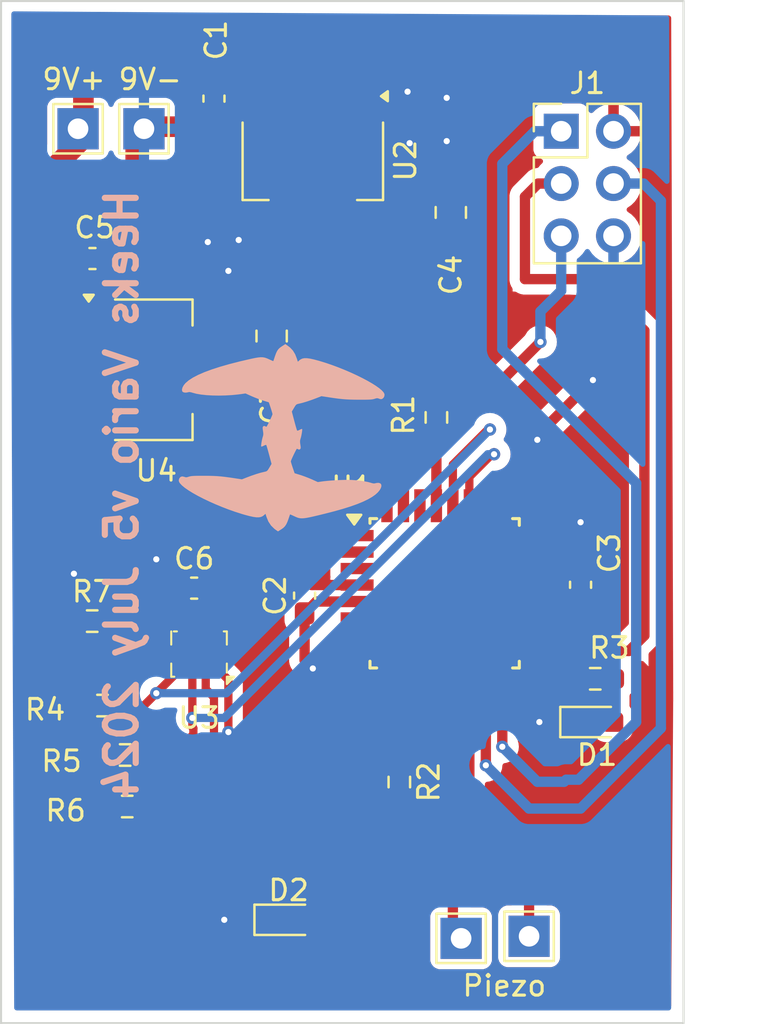
<source format=kicad_pcb>
(kicad_pcb (version 20240108) (generator "pcbnew") (generator_version "8.0")
  (layers (0 "F.Cu" signal) (31 "B.Cu" signal) (34 "B.Paste" user) (35 "F.Paste" user) (36 "B.SilkS" user "B.Silkscreen") (37 "F.SilkS" user "F.Silkscreen") (38 "B.Mask" user) (39 "F.Mask" user) (44 "Edge.Cuts" user))
  (net 0 "")
  (net 1 "GND")
  (net 2 "5V")
  (net 3 "Net-(U3-VDD)")
  (net 4 "Net-(J1-Pin_4)")
  (net 5 "Net-(J1-Pin_1)")
  (net 6 "Net-(J1-Pin_5)")
  (net 7 "Net-(J1-Pin_3)")
  (net 8 "Net-(U1-PB0)")
  (net 9 "Net-(D2-A)")
  (net 10 "Net-(D1-A)")
  (net 11 "Net-(U1-SCL{slash}PC5)")
  (net 12 "Net-(U1-SDA{slash}PC4)")
  (net 13 "Net-(U3-CSB)")
  (net 14 "Net-(U3-SDO)")
  (net 34 "Net-(U2-VI)")
  (net 35 "Net-(U1-PB1)")
  (net 36 "Net-(U1-PB2)")
  (footprint "Capacitor_SMD:C_0603_1608Metric_Pad1.08x0.95mm_HandSolder" (layer "F.Cu") (at 159.2 98.6375 -90)
    (property "Reference" "C3" (at -1.5375 -1.4 90) (layer "F.SilkS"))
    (property "Value" "0.1uF")
    (fp_line (start -0.146267 0.51) (end 0.146267 0.51) (stroke (width 0.12)) (layer "F.SilkS"))
    (fp_line (start -0.146267 -0.51) (end 0.146267 -0.51) (stroke (width 0.12)) (layer "F.SilkS"))
    (pad "1" smd roundrect (at -0.8625 0 270) (size 1.075 0.95) (layers "F.Cu" "F.Paste" "F.Mask") (net 1 "GND"))
    (pad "2" smd roundrect (at 0.8625 0 270) (size 1.075 0.95) (layers "F.Cu" "F.Paste" "F.Mask") (net 2 "5V"))
  )
  (footprint "Package_TO_SOT_SMD:SOT-223-3_TabPin2" (layer "F.Cu") (at 138.45 88.2)
    (property "Reference" "U4" (at 0.15 4.9 0) (layer "F.SilkS"))
    (property "Value" "AMS1117-3.3")
    (fp_line (start -1.85 -3.41) (end 1.91 -3.41) (stroke (width 0.12)) (layer "F.SilkS"))
    (fp_line (start -1.85 3.41) (end 1.91 3.41) (stroke (width 0.12)) (layer "F.SilkS"))
    (fp_line (start 1.91 -3.41) (end 1.91 -2.15) (stroke (width 0.12)) (layer "F.SilkS"))
    (fp_line (start 1.91 3.41) (end 1.91 2.15) (stroke (width 0.12)) (layer "F.SilkS"))
    (fp_poly (pts (xy -3.13 -3.31) (xy -3.37 -3.64) (xy -2.89 -3.64) (xy -3.13 -3.31)) (stroke (width 0.12)) (fill solid) (layer "F.SilkS"))
    (pad "1" smd roundrect (at -3.15 -2.3) (size 2 1.5) (layers "F.Cu" "F.Paste" "F.Mask") (net 1 "GND"))
    (pad "2" smd roundrect (at -3.15 0) (size 2 1.5) (layers "F.Cu" "F.Paste" "F.Mask") (net 3 "Net-(U3-VDD)"))
    (pad "2" smd roundrect (at 3.15 0) (size 2 3.8) (layers "F.Cu" "F.Paste" "F.Mask") (net 3 "Net-(U3-VDD)"))
    (pad "3" smd roundrect (at -3.15 2.3) (size 2 1.5) (layers "F.Cu" "F.Paste" "F.Mask") (net 34 "Net-(U2-VI)"))
  )
  (footprint "TestPoint:TestPoint_THTPad_2.0x2.0mm_Drill1.0mm" (layer "F.Cu") (at 134.8 76.5)
    (property "Reference" "H1")
    (property "Value" "9V+" (at -0.2 -2.4 0) (layer "F.SilkS"))
    (fp_line (start -1.2 -1.2) (end 1.2 -1.2) (stroke (width 0.12)) (layer "F.SilkS"))
    (fp_line (start -1.2 1.2) (end -1.2 -1.2) (stroke (width 0.12)) (layer "F.SilkS"))
    (fp_line (start 1.2 -1.2) (end 1.2 1.2) (stroke (width 0.12)) (layer "F.SilkS"))
    (fp_line (start 1.2 1.2) (end -1.2 1.2) (stroke (width 0.12)) (layer "F.SilkS"))
    (pad "1" thru_hole rect (at 0 0) (size 2 2) (drill 1) (layers "*.Cu" "*.Mask") (net 34 "Net-(U2-VI)"))
  )
  (footprint "Resistor_SMD:R_0603_1608Metric_Pad0.98x0.95mm_HandSolder" (layer "F.Cu") (at 159.9125 103.2 180)
    (property "Reference" "R3" (at -0.6875 1.5 180) (layer "F.SilkS"))
    (property "Value" "10k")
    (fp_line (start -0.254724 0.5225) (end 0.254724 0.5225) (stroke (width 0.12)) (layer "F.SilkS"))
    (fp_line (start -0.254724 -0.5225) (end 0.254724 -0.5225) (stroke (width 0.12)) (layer "F.SilkS"))
    (pad "1" smd roundrect (at -0.9125 0 180) (size 0.975 0.95) (layers "F.Cu" "F.Paste" "F.Mask") (net 10 "Net-(D1-A)"))
    (pad "2" smd roundrect (at 0.9125 0 180) (size 0.975 0.95) (layers "F.Cu" "F.Paste" "F.Mask") (net 7 "Net-(J1-Pin_3)"))
  )
  (footprint "Resistor_SMD:R_0603_1608Metric_Pad0.98x0.95mm_HandSolder" (layer "F.Cu") (at 135.9875 104.5 180)
    (property "Reference" "R4" (at 2.7875 -0.2 180) (layer "F.SilkS"))
    (property "Value" "10k")
    (fp_line (start -0.254724 0.5225) (end 0.254724 0.5225) (stroke (width 0.12)) (layer "F.SilkS"))
    (fp_line (start -0.254724 -0.5225) (end 0.254724 -0.5225) (stroke (width 0.12)) (layer "F.SilkS"))
    (pad "1" smd roundrect (at -0.9125 0 180) (size 0.975 0.95) (layers "F.Cu" "F.Paste" "F.Mask") (net 11 "Net-(U1-SCL{slash}PC5)"))
    (pad "2" smd roundrect (at 0.9125 0 180) (size 0.975 0.95) (layers "F.Cu" "F.Paste" "F.Mask") (net 3 "Net-(U3-VDD)"))
  )
  (footprint "Package_TO_SOT_SMD:SOT-223-3_TabPin2" (layer "F.Cu") (at 146.2 78.05 -90)
    (property "Reference" "U2" (at 0 -4.5 90) (layer "F.SilkS"))
    (property "Value" "AMS1117-5.0")
    (fp_line (start -1.85 3.41) (end 1.91 3.41) (stroke (width 0.12)) (layer "F.SilkS"))
    (fp_line (start 1.91 3.41) (end 1.91 2.15) (stroke (width 0.12)) (layer "F.SilkS"))
    (fp_line (start -1.85 -3.41) (end 1.91 -3.41) (stroke (width 0.12)) (layer "F.SilkS"))
    (fp_line (start 1.91 -3.41) (end 1.91 -2.15) (stroke (width 0.12)) (layer "F.SilkS"))
    (fp_poly (pts (xy -3.13 -3.31) (xy -3.37 -3.64) (xy -2.89 -3.64) (xy -3.13 -3.31)) (stroke (width 0.12)) (fill solid) (layer "F.SilkS"))
    (pad "1" smd roundrect (at -3.15 -2.3 270) (size 2 1.5) (layers "F.Cu" "F.Paste" "F.Mask") (net 1 "GND"))
    (pad "2" smd roundrect (at -3.15 0 270) (size 2 1.5) (layers "F.Cu" "F.Paste" "F.Mask") (net 2 "5V"))
    (pad "2" smd roundrect (at 3.15 0 270) (size 2 3.8) (layers "F.Cu" "F.Paste" "F.Mask") (net 2 "5V"))
    (pad "3" smd roundrect (at -3.15 2.3 270) (size 2 1.5) (layers "F.Cu" "F.Paste" "F.Mask") (net 34 "Net-(U2-VI)"))
  )
  (footprint "Capacitor_SMD:C_0805_2012Metric_Pad1.18x1.45mm_HandSolder" (layer "F.Cu") (at 152.9 80.5625 90)
    (property "Reference" "C4" (at -3.0375 0 270) (layer "F.SilkS"))
    (property "Value" "22uF 16V X5R")
    (fp_line (start -0.261252 -0.735) (end 0.261252 -0.735) (stroke (width 0.12)) (layer "F.SilkS"))
    (fp_line (start -0.261252 0.735) (end 0.261252 0.735) (stroke (width 0.12)) (layer "F.SilkS"))
    (pad "1" smd roundrect (at -1.0375 0 90) (size 1.175 1.45) (layers "F.Cu" "F.Paste" "F.Mask") (roundrect_rratio 0.212766) (net 2 "5V"))
    (pad "2" smd roundrect (at 1.0375 0 90) (size 1.175 1.45) (layers "F.Cu" "F.Paste" "F.Mask") (roundrect_rratio 0.212766) (net 1 "GND"))
  )
  (footprint "Capacitor_SMD:C_0603_1608Metric_Pad1.08x0.95mm_HandSolder" (layer "F.Cu") (at 140.4375 98.8)
    (property "Reference" "C6" (at 0 -1.43 0) (layer "F.SilkS"))
    (property "Value" "0.1uF")
    (fp_line (start -0.146267 -0.51) (end 0.146267 -0.51) (stroke (width 0.12)) (layer "F.SilkS"))
    (fp_line (start -0.146267 0.51) (end 0.146267 0.51) (stroke (width 0.12)) (layer "F.SilkS"))
    (pad "1" smd roundrect (at -0.8625 0) (size 1.075 0.95) (layers "F.Cu" "F.Paste" "F.Mask") (net 1 "GND"))
    (pad "2" smd roundrect (at 0.8625 0) (size 1.075 0.95) (layers "F.Cu" "F.Paste" "F.Mask") (net 3 "Net-(U3-VDD)"))
  )
  (footprint "Package_QFP:TQFP-32_7x7mm_P0.8mm" (layer "F.Cu") (at 152.6 99.05)
    (property "Reference" "U1" (at -4.5 -5.15 0) (layer "F.SilkS"))
    (property "Value" "ATtiny88-A")
    (fp_line (start -3.625 -3.625) (end -3.625 -3.4) (stroke (width 0.15)) (layer "F.SilkS"))
    (fp_line (start -3.625 -3.625) (end -3.3 -3.625) (stroke (width 0.15)) (layer "F.SilkS"))
    (fp_line (start -3.625 3.625) (end -3.625 3.3) (stroke (width 0.15)) (layer "F.SilkS"))
    (fp_line (start -3.625 3.625) (end -3.3 3.625) (stroke (width 0.15)) (layer "F.SilkS"))
    (fp_line (start 3.625 -3.625) (end 3.3 -3.625) (stroke (width 0.15)) (layer "F.SilkS"))
    (fp_line (start 3.625 -3.625) (end 3.625 -3.3) (stroke (width 0.15)) (layer "F.SilkS"))
    (fp_line (start 3.625 3.625) (end 3.3 3.625) (stroke (width 0.15)) (layer "F.SilkS"))
    (fp_line (start 3.625 3.625) (end 3.625 3.3) (stroke (width 0.15)) (layer "F.SilkS"))
    (fp_poly (pts (xy -4.39 -3.34) (xy -4.73 -3.81) (xy -4.05 -3.81) (xy -4.39 -3.34)) (stroke (width 0.12)) (fill solid) (layer "F.SilkS"))
    (pad "1" smd rect (at -4.25 -2.8) (size 1.6 0.55) (layers "F.Cu" "F.Paste" "F.Mask"))
    (pad "2" smd rect (at -4.25 -2) (size 1.6 0.55) (layers "F.Cu" "F.Paste" "F.Mask"))
    (pad "3" smd rect (at -4.25 -1.2) (size 1.6 0.55) (layers "F.Cu" "F.Paste" "F.Mask"))
    (pad "4" smd rect (at -4.25 -0.4) (size 1.6 0.55) (layers "F.Cu" "F.Paste" "F.Mask") (net 2 "5V"))
    (pad "5" smd rect (at -4.25 0.4) (size 1.6 0.55) (layers "F.Cu" "F.Paste" "F.Mask") (net 1 "GND"))
    (pad "6" smd rect (at -4.25 1.2) (size 1.6 0.55) (layers "F.Cu" "F.Paste" "F.Mask"))
    (pad "7" smd rect (at -4.25 2) (size 1.6 0.55) (layers "F.Cu" "F.Paste" "F.Mask"))
    (pad "8" smd rect (at -4.25 2.8) (size 1.6 0.55) (layers "F.Cu" "F.Paste" "F.Mask"))
    (pad "9" smd rect (at -2.8 4.25 90) (size 1.6 0.55) (layers "F.Cu" "F.Paste" "F.Mask"))
    (pad "10" smd rect (at -2 4.25 90) (size 1.6 0.55) (layers "F.Cu" "F.Paste" "F.Mask"))
    (pad "11" smd rect (at -1.2 4.25 90) (size 1.6 0.55) (layers "F.Cu" "F.Paste" "F.Mask"))
    (pad "12" smd rect (at -0.4 4.25 90) (size 1.6 0.55) (layers "F.Cu" "F.Paste" "F.Mask") (net 8 "Net-(U1-PB0)"))
    (pad "13" smd rect (at 0.4 4.25 90) (size 1.6 0.55) (layers "F.Cu" "F.Paste" "F.Mask") (net 35 "Net-(U1-PB1)"))
    (pad "14" smd rect (at 1.2 4.25 90) (size 1.6 0.55) (layers "F.Cu" "F.Paste" "F.Mask") (net 36 "Net-(U1-PB2)"))
    (pad "15" smd rect (at 2 4.25 90) (size 1.6 0.55) (layers "F.Cu" "F.Paste" "F.Mask") (net 4 "Net-(J1-Pin_4)"))
    (pad "16" smd rect (at 2.8 4.25 90) (size 1.6 0.55) (layers "F.Cu" "F.Paste" "F.Mask") (net 5 "Net-(J1-Pin_1)"))
    (pad "17" smd rect (at 4.25 2.8) (size 1.6 0.55) (layers "F.Cu" "F.Paste" "F.Mask") (net 7 "Net-(J1-Pin_3)"))
    (pad "18" smd rect (at 4.25 2) (size 1.6 0.55) (layers "F.Cu" "F.Paste" "F.Mask") (net 2 "5V"))
    (pad "19" smd rect (at 4.25 1.2) (size 1.6 0.55) (layers "F.Cu" "F.Paste" "F.Mask"))
    (pad "20" smd rect (at 4.25 0.4) (size 1.6 0.55) (layers "F.Cu" "F.Paste" "F.Mask"))
    (pad "21" smd rect (at 4.25 -0.4) (size 1.6 0.55) (layers "F.Cu" "F.Paste" "F.Mask") (net 1 "GND"))
    (pad "22" smd rect (at 4.25 -1.2) (size 1.6 0.55) (layers "F.Cu" "F.Paste" "F.Mask"))
    (pad "23" smd rect (at 4.25 -2) (size 1.6 0.55) (layers "F.Cu" "F.Paste" "F.Mask"))
    (pad "24" smd rect (at 4.25 -2.8) (size 1.6 0.55) (layers "F.Cu" "F.Paste" "F.Mask"))
    (pad "25" smd rect (at 2.8 -4.25 90) (size 1.6 0.55) (layers "F.Cu" "F.Paste" "F.Mask"))
    (pad "26" smd rect (at 2 -4.25 90) (size 1.6 0.55) (layers "F.Cu" "F.Paste" "F.Mask"))
    (pad "27" smd rect (at 1.2 -4.25 90) (size 1.6 0.55) (layers "F.Cu" "F.Paste" "F.Mask") (net 12 "Net-(U1-SDA{slash}PC4)"))
    (pad "28" smd rect (at 0.4 -4.25 90) (size 1.6 0.55) (layers "F.Cu" "F.Paste" "F.Mask") (net 11 "Net-(U1-SCL{slash}PC5)"))
    (pad "29" smd rect (at -0.4 -4.25 90) (size 1.6 0.55) (layers "F.Cu" "F.Paste" "F.Mask") (net 6 "Net-(J1-Pin_5)"))
    (pad "30" smd rect (at -1.2 -4.25 90) (size 1.6 0.55) (layers "F.Cu" "F.Paste" "F.Mask"))
    (pad "31" smd rect (at -2 -4.25 90) (size 1.6 0.55) (layers "F.Cu" "F.Paste" "F.Mask"))
    (pad "32" smd rect (at -2.8 -4.25 90) (size 1.6 0.55) (layers "F.Cu" "F.Paste" "F.Mask"))
  )
  (footprint "LED_SMD:LED_0603_1608Metric_Pad1.05x0.95mm_HandSolder" (layer "F.Cu") (at 159.875 105.3)
    (property "Reference" "D1" (at 0.125 1.6 360) (layer "F.SilkS"))
    (property "Value" "LED")
    (fp_line (start -1.66 -0.735) (end -1.66 0.735) (stroke (width 0.12)) (layer "F.SilkS"))
    (fp_line (start -1.66 0.735) (end 0.8 0.735) (stroke (width 0.12)) (layer "F.SilkS"))
    (fp_line (start 0.8 -0.735) (end -1.66 -0.735) (stroke (width 0.12)) (layer "F.SilkS"))
    (pad "1" smd roundrect (at -0.875 0) (size 1.05 0.95) (layers "F.Cu" "F.Paste" "F.Mask") (net 1 "GND"))
    (pad "2" smd roundrect (at 0.875 0) (size 1.05 0.95) (layers "F.Cu" "F.Paste" "F.Mask") (net 10 "Net-(D1-A)"))
  )
  (footprint "Capacitor_SMD:C_0603_1608Metric_Pad1.08x0.95mm_HandSolder" (layer "F.Cu") (at 135.5 82.8 180)
    (property "Reference" "C5" (at -0.1 1.5 180) (layer "F.SilkS"))
    (property "Value" "0.1uF")
    (fp_line (start -0.146267 0.51) (end 0.146267 0.51) (stroke (width 0.12)) (layer "F.SilkS"))
    (fp_line (start -0.146267 -0.51) (end 0.146267 -0.51) (stroke (width 0.12)) (layer "F.SilkS"))
    (pad "1" smd roundrect (at -0.8625 0 180) (size 1.075 0.95) (layers "F.Cu" "F.Paste" "F.Mask") (net 1 "GND"))
    (pad "2" smd roundrect (at 0.8625 0 180) (size 1.075 0.95) (layers "F.Cu" "F.Paste" "F.Mask") (net 34 "Net-(U2-VI)"))
  )
  (footprint "TestPoint:TestPoint_THTPad_2.0x2.0mm_Drill1.0mm" (layer "F.Cu") (at 153.4 115.8)
    (property "Reference" "H3" (hide yes))
    (property "Value" "Piezo" (at 2.1 2.3 0) (layer "F.SilkS"))
    (fp_line (start -1.2 -1.2) (end 1.2 -1.2) (stroke (width 0.12)) (layer "F.SilkS"))
    (fp_line (start -1.2 1.2) (end -1.2 -1.2) (stroke (width 0.12)) (layer "F.SilkS"))
    (fp_line (start 1.2 -1.2) (end 1.2 1.2) (stroke (width 0.12)) (layer "F.SilkS"))
    (fp_line (start 1.2 1.2) (end -1.2 1.2) (stroke (width 0.12)) (layer "F.SilkS"))
    (pad "1" thru_hole rect (at 0 0) (size 2 2) (drill 1) (layers "*.Cu" "*.Mask") (net 35 "Net-(U1-PB1)"))
  )
  (footprint "TestPoint:TestPoint_THTPad_2.0x2.0mm_Drill1.0mm" (layer "F.Cu") (at 138 76.5)
    (property "Reference" "H2")
    (property "Value" "9V-" (at 0.3 -2.4 0) (layer "F.SilkS"))
    (fp_line (start -1.2 -1.2) (end 1.2 -1.2) (stroke (width 0.12)) (layer "F.SilkS"))
    (fp_line (start -1.2 1.2) (end -1.2 -1.2) (stroke (width 0.12)) (layer "F.SilkS"))
    (fp_line (start 1.2 -1.2) (end 1.2 1.2) (stroke (width 0.12)) (layer "F.SilkS"))
    (fp_line (start 1.2 1.2) (end -1.2 1.2) (stroke (width 0.12)) (layer "F.SilkS"))
    (pad "1" thru_hole rect (at 0 0) (size 2 2) (drill 1) (layers "*.Cu" "*.Mask") (net 1 "GND"))
  )
  (footprint "Resistor_SMD:R_0603_1608Metric_Pad0.98x0.95mm_HandSolder" (layer "F.Cu") (at 150.4 108.2125 -90)
    (property "Reference" "R2" (at 0 -1.43 90) (layer "F.SilkS"))
    (property "Value" "10k")
    (fp_line (start -0.254724 0.5225) (end 0.254724 0.5225) (stroke (width 0.12)) (layer "F.SilkS"))
    (fp_line (start -0.254724 -0.5225) (end 0.254724 -0.5225) (stroke (width 0.12)) (layer "F.SilkS"))
    (pad "1" smd roundrect (at -0.9125 0 270) (size 0.975 0.95) (layers "F.Cu" "F.Paste" "F.Mask") (net 8 "Net-(U1-PB0)"))
    (pad "2" smd roundrect (at 0.9125 0 270) (size 0.975 0.95) (layers "F.Cu" "F.Paste" "F.Mask") (net 9 "Net-(D2-A)"))
  )
  (footprint "Connector_PinHeader_2.54mm:PinHeader_2x03_P2.54mm_Vertical" (layer "F.Cu") (at 158.26 76.62)
    (property "Reference" "J1" (at 1.27 -2.33 0) (layer "F.SilkS"))
    (property "Value" "Programming Port")
    (fp_line (start -1.33 -1.33) (end 0 -1.33) (stroke (width 0.12)) (layer "F.SilkS"))
    (fp_line (start -1.33 0) (end -1.33 -1.33) (stroke (width 0.12)) (layer "F.SilkS"))
    (fp_line (start -1.33 1.27) (end -1.33 6.41) (stroke (width 0.12)) (layer "F.SilkS"))
    (fp_line (start -1.33 1.27) (end 1.27 1.27) (stroke (width 0.12)) (layer "F.SilkS"))
    (fp_line (start -1.33 6.41) (end 3.87 6.41) (stroke (width 0.12)) (layer "F.SilkS"))
    (fp_line (start 1.27 -1.33) (end 3.87 -1.33) (stroke (width 0.12)) (layer "F.SilkS"))
    (fp_line (start 1.27 1.27) (end 1.27 -1.33) (stroke (width 0.12)) (layer "F.SilkS"))
    (fp_line (start 3.87 -1.33) (end 3.87 6.41) (stroke (width 0.12)) (layer "F.SilkS"))
    (pad "1" thru_hole rect (at 0 0) (size 1.7 1.7) (drill 1) (layers "*.Cu" "*.Mask") (net 5 "Net-(J1-Pin_1)"))
    (pad "2" thru_hole oval (at 2.54 0) (size 1.7 1.7) (drill 1) (layers "*.Cu" "*.Mask") (net 2 "5V"))
    (pad "3" thru_hole oval (at 0 2.54) (size 1.7 1.7) (drill 1) (layers "*.Cu" "*.Mask") (net 7 "Net-(J1-Pin_3)"))
    (pad "4" thru_hole oval (at 2.54 2.54) (size 1.7 1.7) (drill 1) (layers "*.Cu" "*.Mask") (net 4 "Net-(J1-Pin_4)"))
    (pad "5" thru_hole oval (at 0 5.08) (size 1.7 1.7) (drill 1) (layers "*.Cu" "*.Mask") (net 6 "Net-(J1-Pin_5)"))
    (pad "6" thru_hole oval (at 2.54 5.08) (size 1.7 1.7) (drill 1) (layers "*.Cu" "*.Mask") (net 1 "GND"))
  )
  (footprint "Resistor_SMD:R_0603_1608Metric_Pad0.98x0.95mm_HandSolder" (layer "F.Cu") (at 152.2 90.5125 -90)
    (property "Reference" "R1" (at -0.1125 1.6 90) (layer "F.SilkS"))
    (property "Value" "10k")
    (fp_line (start -0.254724 0.5225) (end 0.254724 0.5225) (stroke (width 0.12)) (layer "F.SilkS"))
    (fp_line (start -0.254724 -0.5225) (end 0.254724 -0.5225) (stroke (width 0.12)) (layer "F.SilkS"))
    (pad "1" smd roundrect (at -0.9125 0 270) (size 0.975 0.95) (layers "F.Cu" "F.Paste" "F.Mask") (net 2 "5V"))
    (pad "2" smd roundrect (at 0.9125 0 270) (size 0.975 0.95) (layers "F.Cu" "F.Paste" "F.Mask") (net 6 "Net-(J1-Pin_5)"))
  )
  (footprint "Resistor_SMD:R_0603_1608Metric_Pad0.98x0.95mm_HandSolder" (layer "F.Cu") (at 137.0875 106.9 180)
    (property "Reference" "R5" (at 3.0875 -0.3 180) (layer "F.SilkS"))
    (property "Value" "10k")
    (fp_line (start -0.254724 0.5225) (end 0.254724 0.5225) (stroke (width 0.12)) (layer "F.SilkS"))
    (fp_line (start -0.254724 -0.5225) (end 0.254724 -0.5225) (stroke (width 0.12)) (layer "F.SilkS"))
    (pad "1" smd roundrect (at -0.9125 0 180) (size 0.975 0.95) (layers "F.Cu" "F.Paste" "F.Mask") (net 12 "Net-(U1-SDA{slash}PC4)"))
    (pad "2" smd roundrect (at 0.9125 0 180) (size 0.975 0.95) (layers "F.Cu" "F.Paste" "F.Mask") (net 3 "Net-(U3-VDD)"))
  )
  (footprint "Capacitor_SMD:C_0603_1608Metric_Pad1.08x0.95mm_HandSolder" (layer "F.Cu") (at 141.4 75.0375 90)
    (property "Reference" "C1" (at 2.8375 0.1 270) (layer "F.SilkS"))
    (property "Value" "0.1uF")
    (fp_line (start -0.146267 -0.51) (end 0.146267 -0.51) (stroke (width 0.12)) (layer "F.SilkS"))
    (fp_line (start -0.146267 0.51) (end 0.146267 0.51) (stroke (width 0.12)) (layer "F.SilkS"))
    (pad "1" smd roundrect (at -0.8625 0 90) (size 1.075 0.95) (layers "F.Cu" "F.Paste" "F.Mask") (net 1 "GND"))
    (pad "2" smd roundrect (at 0.8625 0 90) (size 1.075 0.95) (layers "F.Cu" "F.Paste" "F.Mask") (net 34 "Net-(U2-VI)"))
  )
  (footprint "LED_SMD:LED_0603_1608Metric_Pad1.05x0.95mm_HandSolder" (layer "F.Cu") (at 145.025 114.9)
    (property "Reference" "D2" (at 0 -1.43 360) (layer "F.SilkS"))
    (property "Value" "LED")
    (fp_line (start -1.66 -0.735) (end -1.66 0.735) (stroke (width 0.12)) (layer "F.SilkS"))
    (fp_line (start -1.66 0.735) (end 0.8 0.735) (stroke (width 0.12)) (layer "F.SilkS"))
    (fp_line (start 0.8 -0.735) (end -1.66 -0.735) (stroke (width 0.12)) (layer "F.SilkS"))
    (pad "1" smd roundrect (at -0.875 0) (size 1.05 0.95) (layers "F.Cu" "F.Paste" "F.Mask") (net 1 "GND"))
    (pad "2" smd roundrect (at 0.875 0) (size 1.05 0.95) (layers "F.Cu" "F.Paste" "F.Mask") (net 9 "Net-(D2-A)"))
  )
  (footprint "TestPoint:TestPoint_THTPad_2.0x2.0mm_Drill1.0mm" (layer "F.Cu") (at 156.7 115.7)
    (property "Reference" "H4" (hide yes))
    (property "Value" "Piezo")
    (fp_line (start -1.2 -1.2) (end 1.2 -1.2) (stroke (width 0.12)) (layer "F.SilkS"))
    (fp_line (start -1.2 1.2) (end -1.2 -1.2) (stroke (width 0.12)) (layer "F.SilkS"))
    (fp_line (start 1.2 -1.2) (end 1.2 1.2) (stroke (width 0.12)) (layer "F.SilkS"))
    (fp_line (start 1.2 1.2) (end -1.2 1.2) (stroke (width 0.12)) (layer "F.SilkS"))
    (pad "1" thru_hole rect (at 0 0) (size 2 2) (drill 1) (layers "*.Cu" "*.Mask") (net 36 "Net-(U1-PB2)"))
  )
  (footprint "Library:Bosch_LGA-8_2x2.5mm_P0.65mm_ClockwisePinNumbering" (layer "F.Cu") (at 140.675 102 180)
    (property "Reference" "U3" (at 0 -3.1 180) (layer "F.SilkS"))
    (property "Value" "BMP280")
    (fp_line (start 1.35 1.1) (end 1.35 0.46) (stroke (width 0.1)) (layer "F.SilkS"))
    (fp_line (start 1.35 -0.46) (end 1.35 -1.1) (stroke (width 0.1)) (layer "F.SilkS"))
    (fp_line (start 1.2 -1.1) (end 1.35 -1.1) (stroke (width 0.1)) (layer "F.SilkS"))
    (fp_line (start 1.075 1.1) (end 1.225 1.1) (stroke (width 0.1)) (layer "F.SilkS"))
    (fp_line (start -1.35 1.1) (end -1.2 1.1) (stroke (width 0.1)) (layer "F.SilkS"))
    (fp_line (start -1.35 1.1) (end -1.35 0.46) (stroke (width 0.1)) (layer "F.SilkS"))
    (fp_line (start -1.35 -0.46) (end -1.35 -0.9) (stroke (width 0.1)) (layer "F.SilkS"))
    (fp_poly (pts (xy -1.35 -1.1) (xy -1.71 -1.1) (xy -1.35 -1.46) (xy -1.35 -1.1)) (stroke (width 0.1)) (fill solid) (layer "F.SilkS"))
    (pad "1" smd rect (at -0.975 -0.8 270) (size 0.5 0.35) (layers "F.Cu" "F.Paste" "F.Mask") (net 1 "GND"))
    (pad "2" smd rect (at -0.325 -0.8 270) (size 0.5 0.35) (layers "F.Cu" "F.Paste" "F.Mask") (net 13 "Net-(U3-CSB)"))
    (pad "3" smd rect (at 0.325 -0.8 270) (size 0.5 0.35) (layers "F.Cu" "F.Paste" "F.Mask") (net 12 "Net-(U1-SDA{slash}PC4)"))
    (pad "4" smd rect (at 0.975 -0.8 270) (size 0.5 0.35) (layers "F.Cu" "F.Paste" "F.Mask") (net 11 "Net-(U1-SCL{slash}PC5)"))
    (pad "5" smd rect (at 0.975 0.8 270) (size 0.5 0.35) (layers "F.Cu" "F.Paste" "F.Mask") (net 14 "Net-(U3-SDO)"))
    (pad "6" smd rect (at 0.325 0.8 270) (size 0.5 0.35) (layers "F.Cu" "F.Paste" "F.Mask") (net 3 "Net-(U3-VDD)"))
    (pad "7" smd rect (at -0.325 0.8 270) (size 0.5 0.35) (layers "F.Cu" "F.Paste" "F.Mask") (net 1 "GND"))
    (pad "8" smd rect (at -0.975 0.8 270) (size 0.5 0.35) (layers "F.Cu" "F.Paste" "F.Mask") (net 3 "Net-(U3-VDD)"))
  )
  (footprint "Resistor_SMD:R_0603_1608Metric_Pad0.98x0.95mm_HandSolder" (layer "F.Cu") (at 137.1875 109.4 180)
    (property "Reference" "R6" (at 2.9875 -0.2 180) (layer "F.SilkS"))
    (property "Value" "10k")
    (fp_line (start -0.254724 0.5225) (end 0.254724 0.5225) (stroke (width 0.12)) (layer "F.SilkS"))
    (fp_line (start -0.254724 -0.5225) (end 0.254724 -0.5225) (stroke (width 0.12)) (layer "F.SilkS"))
    (pad "1" smd roundrect (at -0.9125 0 180) (size 0.975 0.95) (layers "F.Cu" "F.Paste" "F.Mask") (net 13 "Net-(U3-CSB)"))
    (pad "2" smd roundrect (at 0.9125 0 180) (size 0.975 0.95) (layers "F.Cu" "F.Paste" "F.Mask") (net 3 "Net-(U3-VDD)"))
  )
  (footprint "Capacitor_SMD:C_0603_1608Metric_Pad1.08x0.95mm_HandSolder" (layer "F.Cu") (at 145.8 99.1625 90)
    (property "Reference" "C2" (at 0 -1.43 270) (layer "F.SilkS"))
    (property "Value" "0.1uF")
    (fp_line (start -0.146267 -0.51) (end 0.146267 -0.51) (stroke (width 0.12)) (layer "F.SilkS"))
    (fp_line (start -0.146267 0.51) (end 0.146267 0.51) (stroke (width 0.12)) (layer "F.SilkS"))
    (pad "1" smd roundrect (at -0.8625 0 90) (size 1.075 0.95) (layers "F.Cu" "F.Paste" "F.Mask") (net 1 "GND"))
    (pad "2" smd roundrect (at 0.8625 0 90) (size 1.075 0.95) (layers "F.Cu" "F.Paste" "F.Mask") (net 2 "5V"))
  )
  (footprint "Capacitor_SMD:C_0805_2012Metric_Pad1.18x1.45mm_HandSolder" (layer "F.Cu") (at 144.2 86.5625 90)
    (property "Reference" "C7" (at -3.3375 0 270) (layer "F.SilkS"))
    (property "Value" "22uF 16V X5R")
    (fp_line (start -0.261252 -0.735) (end 0.261252 -0.735) (stroke (width 0.12)) (layer "F.SilkS"))
    (fp_line (start -0.261252 0.735) (end 0.261252 0.735) (stroke (width 0.12)) (layer "F.SilkS"))
    (pad "1" smd roundrect (at -1.0375 0 90) (size 1.175 1.45) (layers "F.Cu" "F.Paste" "F.Mask") (roundrect_rratio 0.212766) (net 3 "Net-(U3-VDD)"))
    (pad "2" smd roundrect (at 1.0375 0 90) (size 1.175 1.45) (layers "F.Cu" "F.Paste" "F.Mask") (roundrect_rratio 0.212766) (net 1 "GND"))
  )
  (footprint "Resistor_SMD:R_0603_1608Metric_Pad0.98x0.95mm_HandSolder" (layer "F.Cu") (at 135.4875 100.4)
    (property "Reference" "R7" (at 0 -1.43 360) (layer "F.SilkS"))
    (property "Value" "10k")
    (fp_line (start -0.254724 -0.5225) (end 0.254724 -0.5225) (stroke (width 0.12)) (layer "F.SilkS"))
    (fp_line (start -0.254724 0.5225) (end 0.254724 0.5225) (stroke (width 0.12)) (layer "F.SilkS"))
    (pad "1" smd roundrect (at -0.9125 0) (size 0.975 0.95) (layers "F.Cu" "F.Paste" "F.Mask") (net 1 "GND"))
    (pad "2" smd roundrect (at 0.9125 0) (size 0.975 0.95) (layers "F.Cu" "F.Paste" "F.Mask") (net 14 "Net-(U3-SDO)"))
  )
  (footprint "Library:House Martin" (layer "B.Cu") (at 144.7 91.5 90)
    (property "Reference" "G***" (hide yes))
    (property "Value" "LOGO" (hide yes))
    (fp_poly (pts (xy 2.122269 4.978648) (xy 2.20483 4.936166) (xy 2.300607 4.849231) (xy 2.407525 4.721943) (xy 2.523512 4.5584) (xy 2.646495 4.362703) (xy 2.7744 4.138951) (xy 2.905154 3.891241) (xy 3.036685 3.623675) (xy 3.166918 3.340351) (xy 3.293782 3.045368) (xy 3.415202 2.742825) (xy 3.529106 2.436823) (xy 3.63342 2.131459) (xy 3.726072 1.830833) (xy 3.741561 1.776797) (xy 3.801916 1.550389) (xy 3.842215 1.364693) (xy 3.862621 1.213711) (xy 3.863297 1.09144) (xy 3.844407 0.991882) (xy 3.806114 0.909035) (xy 3.766609 0.856352) (xy 3.692643 0.772109) (xy 3.837855 0.726605) (xy 4.05364 0.642394) (xy 4.230238 0.535044) (xy 4.376432 0.398442) (xy 4.455199 0.297037) (xy 4.546849 0.164942) (xy 4.437427 -0.005836) (xy 4.371768 -0.098691) (xy 4.302825 -0.171027) (xy 4.219924 -0.22989) (xy 4.112391 -0.282327) (xy 3.969554 -0.335384) (xy 3.906713 -0.356229) (xy 3.819586 -0.384957) (xy 3.754025 -0.407361) (xy 3.722622 -0.419124) (xy 3.721679 -0.419666) (xy 3.728638 -0.443453) (xy 3.753154 -0.502028) (xy 3.790535 -0.584394) (xy 3.805959 -0.617166) (xy 3.855488 -0.729189) (xy 3.889069 -0.829482) (xy 3.907022 -0.928308) (xy 3.909664 -1.03593) (xy 3.897315 -1.162609) (xy 3.870294 -1.318609) (xy 3.833224 -1.494689) (xy 3.70634 -2.04399) (xy 3.5781 -2.545312) (xy 3.448636 -2.998321) (xy 3.318078 -3.402684) (xy 3.186557 -3.758067) (xy 3.054203 -4.064134) (xy 2.921147 -4.320553) (xy 2.787521 -4.526988) (xy 2.653454 -4.683105) (xy 2.553069 -4.766713) (xy 2.44443 -4.826908) (xy 2.345542 -4.853839) (xy 2.265858 -4.845829) (xy 2.231383 -4.82374) (xy 2.199667 -4.761662) (xy 2.189608 -4.672948) (xy 2.202635 -4.577671) (xy 2.21184 -4.549269) (xy 2.219768 -4.487318) (xy 2.202975 -4.398413) (xy 2.185513 -4.342314) (xy 2.135545 -4.154873) (xy 2.09644 -3.925646) (xy 2.068414 -3.662624) (xy 2.051682 -3.373796) (xy 2.046461 -3.067154) (xy 2.052967 -2.750687) (xy 2.071416 -2.432385) (xy 2.102023 -2.120239) (xy 2.121454 -1.972445) (xy 2.150663 -1.768838) (xy 2.019307 -1.476153) (xy 1.956831 -1.328974) (xy 1.892537 -1.164208) (xy 1.835344 -1.005332) (xy 1.804349 -0.910323) (xy 1.720748 -0.637178) (xy 1.45206 -0.547647) (xy 1.339945 -0.511405) (xy 1.243375 -0.482247) (xy 1.173901 -0.463538) (xy 1.145243 -0.45835) (xy 1.109211 -0.468767) (xy 1.040921 -0.496467) (xy 0.950853 -0.536428) (xy 0.849486 -0.583627) (xy 0.747298 -0.633041) (xy 0.654771 -0.679647) (xy 0.582382 -0.718421) (xy 0.540611 -0.744342) (xy 0.534469 -0.751104) (xy 0.545231 -0.783629) (xy 0.562404 -0.819072) (xy 0.57618 -0.870005) (xy 0.551158 -0.910451) (xy 0.52319 -0.930321) (xy 0.483148 -0.937598) (xy 0.41771 -0.932895) (xy 0.334986 -0.920403) (xy 0.226521 -0.905837) (xy 0.147977 -0.905263) (xy 0.080228 -0.919054) (xy 0.059903 -0.925782) (xy -0.018107 -0.948755) (xy -0.114876 -0.970899) (xy -0.21719 -0.990039) (xy -0.311837 -1.003995) (xy -0.385606 -1.010592) (xy -0.425283 -1.007651) (xy -0.42761 -1.006124) (xy -0.426582 -0.97582) (xy -0.404576 -0.918316) (xy -0.387337 -0.88436) (xy -0.357337 -0.819323) (xy -0.346296 -0.773107) (xy -0.349515 -0.762127) (xy -0.379298 -0.750238) (xy -0.450164 -0.727887) (xy -0.553944 -0.697471) (xy -0.682469 -0.661389) (xy -0.81868 -0.62441) (xy -1.268322 -0.504236) (xy -1.447218 -0.610517) (xy -1.53564 -0.664263) (xy -1.590532 -0.704722) (xy -1.622267 -0.74436) (xy -1.641222 -0.795644) (xy -1.655722 -0.861054) (xy -1.700081 -1.042317) (xy -1.764989 -1.257833) (xy -1.847058 -1.496932) (xy -1.91509 -1.678253) (xy -2.018278 -1.94398) (xy -1.964153 -2.3018) (xy -1.927005 -2.554939) (xy -1.89835 -2.771228) (xy -1.877143 -2.963819) (xy -1.86234 -3.145862) (xy -1.852898 -3.330507) (xy -1.847773 -3.530907) (xy -1.845922 -3.760212) (xy -1.845868 -3.792185) (xy -1.846188 -3.991526) (xy -1.84795 -4.147394) (xy -1.851597 -4.267205) (xy -1.857573 -4.358379) (xy -1.866321 -4.428332) (xy -1.878284 -4.484484) (xy -1.889449 -4.521461) (xy -1.914125 -4.602788) (xy -1.920242 -4.658765) (xy -1.908434 -4.711186) (xy -1.895895 -4.74314) (xy -1.875161 -4.842017) (xy -1.900056 -4.923468) (xy -1.968716 -4.981876) (xy -1.976449 -4.98557) (xy -2.061168 -5.011131) (xy -2.136124 -4.998371) (xy -2.206583 -4.955841) (xy -2.311527 -4.85948) (xy -2.427843 -4.718913) (xy -2.55319 -4.538953) (xy -2.685225 -4.324413) (xy -2.821605 -4.080106) (xy -2.959987 -3.810844) (xy -3.098029 -3.521442) (xy -3.233387 -3.216711) (xy -3.36372 -2.901464) (xy -3.486685 -2.580516) (xy -3.599939 -2.258678) (xy -3.701139 -1.940764) (xy -3.741562 -1.802249) (xy -3.801917 -1.57584) (xy -3.842215 -1.390145) (xy -3.862621 -1.239162) (xy -3.863297 -1.116892) (xy -3.844407 -1.017333) (xy -3.806114 -0.934486) (xy -3.766609 -0.881803) (xy -3.692643 -0.797561) (xy -3.837855 -0.752444) (xy -4.067366 -0.658801) (xy -4.261364 -0.530317) (xy -4.424173 -0.363839) (xy -4.48555 -0.27996) (xy -4.545461 -0.190882) (xy -4.445352 -0.030876) (xy -4.374053 0.069592) (xy -4.295163 0.148466) (xy -4.197613 0.213315) (xy -4.070335 0.271708) (xy -3.928482 0.322594) (xy -3.835908 0.353684) (xy -3.764265 0.378404) (xy -3.725334 0.392664) (xy -3.721679 0.394372) (xy -3.728684 0.418078) (xy -3.753284 0.476738) (xy -3.790841 0.559521) (xy -3.808362 0.596772) (xy -3.845856 0.678178) (xy -3.875401 0.752056) (xy -3.896554 0.82393) (xy -3.908868 0.89932) (xy -3.911901 0.983749) (xy -3.905206 1.082738) (xy -3.88834 1.201808) (xy -3.860857 1.346482) (xy -3.822315 1.52228) (xy -3.772266 1.734725) (xy -3.710268 1.989338) (xy -3.689401 2.074248) (xy -3.569633 2.541092) (xy -3.451847 2.959176) (xy -3.335262 3.330566) (xy -3.219101 3.657329) (xy -3.102584 3.941531) (xy -2.984933 4.185239) (xy -2.865369 4.39052) (xy -2.761618 4.536384) (xy -2.655163 4.654522) (xy -2.547758 4.743709) (xy -2.444975 4.802647) (xy -2.352382 4.830035) (xy -2.275548 4.824573) (xy -2.220045 4.784962) (xy -2.19144 4.709901) (xy -2.188778 4.670079) (xy -2.195821 4.590116) (xy -2.21184 4.523817) (xy -2.219766 4.46195) (xy -2.20302 4.37315) (xy -2.185429 4.316612) (xy -2.147185 4.175795) (xy -2.112424 3.993882) (xy -2.082586 3.780636) (xy -2.059114 3.545822) (xy -2.047878 3.38497) (xy -2.043785 3.240472) (xy -2.045153 3.058158) (xy -2.05133 2.850742) (xy -2.061668 2.630943) (xy -2.075517 2.411475) (xy -2.092228 2.205057) (xy -2.11115 2.024405) (xy -2.121341 1.946994) (xy -2.150663 1.743387) (xy -2.019307 1.450701) (xy -1.956945 1.303849) (xy -1.892856 1.139732) (xy -1.83591 0.981682) (xy -1.804964 0.886878) (xy -1.721976 0.615739) (xy -1.452722 0.523905) (xy -1.340625 0.486836) (xy -1.24401 0.457034) (xy -1.174369 0.437914) (xy -1.145291 0.432602) (xy -1.109147 0.44314) (xy -1.040785 0.470944) (xy -0.950678 0.510988) (xy -0.849301 0.558249) (xy -0.747129 0.607699) (xy -0.654635 0.654315) (xy -0.582294 0.69307) (xy -0.540579 0.71894) (xy -0.534469 0.725652) (xy -0.545231 0.758178) (xy -0.562404 0.79362) (xy -0.57618 0.844554) (xy -0.551159 0.884999) (xy -0.523191 0.90487) (xy -0.483148 0.912147) (xy -0.41771 0.907444) (xy -0.334987 0.894951) (xy -0.226521 0.880386) (xy -0.147977 0.879812) (xy -0.080228 0.893603) (xy -0.059904 0.900331) (xy 0.018013 0.923275) (xy 0.114721 0.94541) (xy 0.217005 0.964557) (xy 0.311654 0.978536) (xy 0.385453 0.985168) (xy 0.425188 0.982274) (xy 0.427549 0.980734) (xy 0.426095 0.950707) (xy 0.403035 0.893921) (xy 0.385369 0.860876) (xy 0.354579 0.796294) (xy 0.343888 0.749607) (xy 0.347608 0.738215) (xy 0.378044 0.725677) (xy 0.449572 0.702898) (xy 0.55398 0.672289) (xy 0.683058 0.636261) (xy 0.820131 0.599455) (xy 1.271225 0.480509) (xy 1.44867 0.585928) (xy 1.536685 0.639465) (xy 1.591216 0.679863) (xy 1.622701 0.719709) (xy 1.641577 0.771589) (xy 1.655722 0.835603) (xy 1.700081 1.016866) (xy 1.764989 1.232382) (xy 1.847058 1.47148) (xy 1.91509 1.652801) (xy 2.018278 1.918529) (xy 1.963465 2.276348) (xy 1.926739 2.523564) (xy 1.898524 2.734628) (xy 1.87773 2.923377) (xy 1.863263 3.103645) (xy 1.854032 3.28927) (xy 1.848945 3.494086) (xy 1.84691 3.73193) (xy 1.846843 3.754008) (xy 1.846812 3.954966) (xy 1.848218 4.112354) (xy 1.851482 4.233497) (xy 1.857024 4.325716) (xy 1.865264 4.396335) (xy 1.876624 4.452676) (xy 1.889449 4.496009) (xy 1.914125 4.577336) (xy 1.920242 4.633313) (xy 1.908434 4.685734) (xy 1.895895 4.717689) (xy 1.872857 4.792576) (xy 1.878899 4.851528) (xy 1.886751 4.871112) (xy 1.940476 4.9346) (xy 2.021765 4.974603) (xy 2.109151 4.981319)) (fill solid) (layer "B.SilkS"))
  )
  (gr_rect (start 131.060747 70.3) (end 164.2 119.916843) (stroke (width 0.1)) (fill none) (layer "Edge.Cuts"))
  (gr_text "Heeks Vario v5 July 2024" (at 137.8 79.3 90) (layer "B.SilkS") (effects (font (size 1.5 1.5) (thickness 0.3) (bold yes)) (justify left bottom mirror)))
  (segment (start 137.6 82.9) (end 137.6 83.6) (width 1) (layer "F.Cu") (net 1))
  (segment (start 159 105.3) (end 158.9 105.3) (width 0.5) (layer "F.Cu") (net 1))
  (segment (start 140.35 76.75) (end 141.5 77.9) (width 1) (layer "F.Cu") (net 1))
  (segment (start 134.575 100.4) (end 134.575 98.125) (width 0.4) (layer "F.Cu") (net 1))
  (segment (start 158.9 105.3) (end 157.2 105.3) (width 0.5) (layer "F.Cu") (net 1))
  (segment (start 147.6 77.9) (end 148.5 77) (width 1) (layer "F.Cu") (net 1))
  (segment (start 158.325 98.65) (end 156.85 98.65) (width 0.5) (layer "F.Cu") (net 1))
  (segment (start 137.6 76.4) (end 140 76.4) (width 1) (layer "F.Cu") (net 1))
  (segment (start 136.3625 82.8) (end 137.5 82.8) (width 1) (layer "F.Cu") (net 1))
  (segment (start 159.2 97.775) (end 159.2 95.6) (width 0.5) (layer "F.Cu") (net 1))
  (segment (start 141.5 77.9) (end 147.6 77.9) (width 1) (layer "F.Cu") (net 1))
  (segment (start 141.2 75.9) (end 140.35 76.75) (width 1) (layer "F.Cu") (net 1))
  (segment (start 137.6 76.4) (end 137.6 82.9) (width 1) (layer "F.Cu") (net 1))
  (segment (start 137.5 82.8) (end 137.6 82.9) (width 1) (layer "F.Cu") (net 1))
  (segment (start 145.8 102.3) (end 145.8 100.025) (width 0.5) (layer "F.Cu") (net 1))
  (segment (start 159.2 97.775) (end 158.325 98.65) (width 0.5) (layer "F.Cu") (net 1))
  (segment (start 146.2 102.7) (end 145.8 102.3) (width 0.5) (layer "F.Cu") (net 1))
  (segment (start 142.1 105.786407) (end 142.1 103.25) (width 0.4) (layer "F.Cu") (net 1))
  (segment (start 139.575 98.8) (end 139.575 98.375) (width 0.4) (layer "F.Cu") (net 1))
  (segment (start 157.1 91.6) (end 157.1 91.4) (width 0.5) (layer "F.Cu") (net 1))
  (segment (start 138.4 83.6) (end 140.325 85.525) (width 1) (layer "F.Cu") (net 1))
  (segment (start 137.6 83.6) (end 138.4 83.6) (width 1) (layer "F.Cu") (net 1))
  (segment (start 144.15 114.9) (end 141.9 114.9) (width 0.5) (layer "F.Cu") (net 1))
  (segment (start 142.1 103.25) (end 141.65 102.8) (width 0.4) (layer "F.Cu") (net 1))
  (segment (start 148.5 77) (end 148.5 74.9) (width 1) (layer "F.Cu") (net 1))
  (segment (start 141 100.225) (end 139.575 98.8) (width 0.4) (layer "F.Cu") (net 1))
  (segment (start 141 101.2) (end 141 100.225) (width 0.4) (layer "F.Cu") (net 1))
  (segment (start 134.575 98.125) (end 134.6 98.1) (width 0.4) (layer "F.Cu") (net 1))
  (segment (start 137.6 83.6) (end 135.3 85.9) (width 1) (layer "F.Cu") (net 1))
  (segment (start 140 76.4) (end 140.35 76.75) (width 1) (layer "F.Cu") (net 1))
  (segment (start 141.4 75.9) (end 141.2 75.9) (width 1) (layer "F.Cu") (net 1))
  (segment (start 139.575 98.375) (end 138.6 97.4) (width 0.4) (layer "F.Cu") (net 1))
  (segment (start 145.8 100.025) (end 146.375 99.45) (width 0.5) (layer "F.Cu") (net 1))
  (segment (start 146.375 99.45) (end 148.35 99.45) (width 0.5) (layer "F.Cu") (net 1))
  (segment (start 140.325 85.525) (end 144.2 85.525) (width 1) (layer "F.Cu") (net 1))
  (segment (start 157.1 91.4) (end 159.8 88.7) (width 0.5) (layer "F.Cu") (net 1))
  (via (at 159.8 88.7) (size 0.6) (drill 0.3) (layers "F.Cu" "B.Cu") (net 1))
  (via (at 141.1 82) (size 0.6) (drill 0.3) (layers "F.Cu" "B.Cu") (net 1))
  (via (at 146.2 102.7) (size 0.6) (drill 0.3) (layers "F.Cu" "B.Cu") (net 1))
  (via (at 157.2 105.3) (size 0.6) (drill 0.3) (layers "F.Cu" "B.Cu") (net 1))
  (via (at 150.9 77.2) (size 0.6) (drill 0.3) (layers "F.Cu" "B.Cu") (net 1))
  (via (at 152.7 75) (size 0.6) (drill 0.3) (layers "F.Cu" "B.Cu") (net 1))
  (via (at 142.1 83.4) (size 0.6) (drill 0.3) (layers "F.Cu" "B.Cu") (net 1))
  (via (at 138.6 97.4) (size 0.6) (drill 0.3) (layers "F.Cu" "B.Cu") (net 1))
  (via (at 134.6 98.1) (size 0.6) (drill 0.3) (layers "F.Cu" "B.Cu") (net 1))
  (via (at 150.8 74.7) (size 0.6) (drill 0.3) (layers "F.Cu" "B.Cu") (net 1))
  (via (at 141.9 114.9) (size 0.6) (drill 0.3) (layers "F.Cu" "B.Cu") (net 1))
  (via (at 157.1 91.6) (size 0.6) (drill 0.3) (layers "F.Cu" "B.Cu") (net 1))
  (via (at 142.1 105.786407) (size 0.6) (drill 0.3) (layers "F.Cu" "B.Cu") (net 1))
  (via (at 152.7 77.1) (size 0.6) (drill 0.3) (layers "F.Cu" "B.Cu") (net 1))
  (via (at 159.2 95.6) (size 0.6) (drill 0.3) (layers "F.Cu" "B.Cu") (net 1))
  (via (at 142.6 81.9) (size 0.6) (drill 0.3) (layers "F.Cu" "B.Cu") (net 1))
  (segment (start 160.8 87.7) (end 159.8 88.7) (width 0.5) (layer "B.Cu") (net 1))
  (segment (start 160.8 81.7) (end 160.8 87.7) (width 0.5) (layer "B.Cu") (net 1))
  (segment (start 148.35 98.65) (end 146.15 98.65) (width 0.5) (layer "F.Cu") (net 2))
  (segment (start 156.85 101.05) (end 158.15 101.05) (width 0.5) (layer "F.Cu") (net 2))
  (segment (start 146.2 74.9) (end 146.2 73.9) (width 1) (layer "F.Cu") (net 2))
  (segment (start 148.4 81.2) (end 146.2 81.2) (width 1) (layer "F.Cu") (net 2))
  (segment (start 147.8 72.3) (end 154.2 72.3) (width 1) (layer "F.Cu") (net 2))
  (segment (start 146.2 73.9) (end 147.8 72.3) (width 1) (layer "F.Cu") (net 2))
  (segment (start 160.8 73.4) (end 159.7 72.3) (width 0.5) (layer "F.Cu") (net 2))
  (segment (start 160.8 76.62) (end 160.8 73.4) (width 0.5) (layer "F.Cu") (net 2))
  (segment (start 159.2 100) (end 159.2 99.5) (width 0.5) (layer "F.Cu") (net 2))
  (segment (start 155 82.2) (end 149.4 82.2) (width 1) (layer "F.Cu") (net 2))
  (segment (start 159.7 72.3) (end 154.2 72.3) (width 0.5) (layer "F.Cu") (net 2))
  (segment (start 149.4 82.2) (end 148.4 81.2) (width 1) (layer "F.Cu") (net 2))
  (segment (start 146.15 98.65) (end 145.8 98.3) (width 0.5) (layer "F.Cu") (net 2))
  (segment (start 155 73.1) (end 155 82.2) (width 1) (layer "F.Cu") (net 2))
  (segment (start 158.15 101.05) (end 159.2 100) (width 0.5) (layer "F.Cu") (net 2))
  (segment (start 154.2 72.3) (end 155 73.1) (width 1) (layer "F.Cu") (net 2))
  (segment (start 137 102) (end 135.075 103.925) (width 0.4) (layer "F.Cu") (net 3))
  (segment (start 144.2 87.6) (end 142.2 87.6) (width 1) (layer "F.Cu") (net 3))
  (segment (start 135.3 88.2) (end 141.6 88.2) (width 1) (layer "F.Cu") (net 3))
  (segment (start 136.175 106.9) (end 136.175 109.3) (width 0.4) (layer "F.Cu") (net 3))
  (segment (start 140.5 102) (end 137 102) (width 0.4) (layer "F.Cu") (net 3))
  (segment (start 141.65 101.2) (end 141.65 99.15) (width 0.4) (layer "F.Cu") (net 3))
  (segment (start 140.5 102) (end 140.35 101.85) (width 0.4) (layer "F.Cu") (net 3))
  (segment (start 141.5 102) (end 140.5 102) (width 0.4) (layer "F.Cu") (net 3))
  (segment (start 141.65 101.85) (end 141.5 102) (width 0.4) (layer "F.Cu") (net 3))
  (segment (start 136.175 109.3) (end 136.275 109.4) (width 0.4) (layer "F.Cu") (net 3))
  (segment (start 141.6 88.2) (end 141.6 98.5) (width 1) (layer "F.Cu") (net 3))
  (segment (start 141.65 99.15) (end 141.3 98.8) (width 0.4) (layer "F.Cu") (net 3))
  (segment (start 135.075 103.925) (end 135.075 104.5) (width 0.4) (layer "F.Cu") (net 3))
  (segment (start 141.6 98.5) (end 141.3 98.8) (width 1) (layer "F.Cu") (net 3))
  (segment (start 142.2 87.6) (end 141.6 88.2) (width 1) (layer "F.Cu") (net 3))
  (segment (start 140.35 101.85) (end 140.35 101.2) (width 0.4) (layer "F.Cu") (net 3))
  (segment (start 135.075 105.8) (end 136.175 106.9) (width 0.4) (layer "F.Cu") (net 3))
  (segment (start 141.65 101.2) (end 141.65 101.85) (width 0.4) (layer "F.Cu") (net 3))
  (segment (start 135.075 104.5) (end 135.075 105.8) (width 0.4) (layer "F.Cu") (net 3))
  (segment (start 154.6 103.3) (end 154.6 107.4) (width 0.5) (layer "F.Cu") (net 4))
  (via (at 154.6 107.4) (size 0.6) (drill 0.3) (layers "F.Cu" "B.Cu") (net 4))
  (segment (start 163.1 80) (end 163.1 105.6) (width 0.5) (layer "B.Cu") (net 4))
  (segment (start 160.8 79.16) (end 162.26 79.16) (width 0.5) (layer "B.Cu") (net 4))
  (segment (start 162.26 79.16) (end 163.1 80) (width 0.5) (layer "B.Cu") (net 4))
  (segment (start 156.7 109.5) (end 154.6 107.4) (width 0.5) (layer "B.Cu") (net 4))
  (segment (start 163.1 105.6) (end 159.2 109.5) (width 0.5) (layer "B.Cu") (net 4))
  (segment (start 159.2 109.5) (end 156.7 109.5) (width 0.5) (layer "B.Cu") (net 4))
  (segment (start 155.4 103.3) (end 155.4 106.5) (width 0.5) (layer "F.Cu") (net 5))
  (via (at 155.4 106.5) (size 0.6) (drill 0.3) (layers "F.Cu" "B.Cu") (net 5))
  (segment (start 158.26 76.62) (end 156.98 76.62) (width 0.5) (layer "B.Cu") (net 5))
  (segment (start 161.9 93.7) (end 161.9 105.3) (width 0.5) (layer "B.Cu") (net 5))
  (segment (start 156.98 76.62) (end 155.4 78.2) (width 0.5) (layer "B.Cu") (net 5))
  (segment (start 157.1 108.2) (end 155.4 106.5) (width 0.5) (layer "B.Cu") (net 5))
  (segment (start 159.1 108.1) (end 158.5 108.1) (width 0.5) (layer "B.Cu") (net 5))
  (segment (start 161.9 105.3) (end 159.1 108.1) (width 0.5) (layer "B.Cu") (net 5))
  (segment (start 158.5 108.1) (end 158.4 108.2) (width 0.5) (layer "B.Cu") (net 5))
  (segment (start 155.4 78.2) (end 155.4 87.2) (width 0.5) (layer "B.Cu") (net 5))
  (segment (start 155.4 87.2) (end 161.9 93.7) (width 0.5) (layer "B.Cu") (net 5))
  (segment (start 158.4 108.2) (end 157.1 108.2) (width 0.5) (layer "B.Cu") (net 5))
  (segment (start 152.675 91.425) (end 152.2 91.425) (width 0.5) (layer "F.Cu") (net 6))
  (segment (start 157.25 86.85) (end 152.675 91.425) (width 0.5) (layer "F.Cu") (net 6))
  (segment (start 152.2 91.425) (end 152.2 94.8) (width 0.5) (layer "F.Cu") (net 6))
  (via (at 157.25 86.85) (size 0.6) (drill 0.3) (layers "F.Cu" "B.Cu") (net 6))
  (segment (start 157.25 85.37) (end 158.26 84.36) (width 0.5) (layer "B.Cu") (net 6))
  (segment (start 158.26 84.36) (end 158.26 81.7) (width 0.5) (layer "B.Cu") (net 6))
  (segment (start 157.25 86.85) (end 157.25 85.37) (width 0.5) (layer "B.Cu") (net 6))
  (segment (start 156.5 79.8) (end 156.5 83.8) (width 0.5) (layer "F.Cu") (net 7))
  (segment (start 158.9 101.85) (end 156.85 101.85) (width 0.5) (layer "F.Cu") (net 7))
  (segment (start 159 101.95) (end 159 103.2) (width 0.5) (layer "F.Cu") (net 7))
  (segment (start 162.3 86.3) (end 162.3 101.1) (width 0.5) (layer "F.Cu") (net 7))
  (segment (start 159.8 83.8) (end 162.3 86.3) (width 0.5) (layer "F.Cu") (net 7))
  (segment (start 157.14 79.16) (end 156.5 79.8) (width 0.5) (layer "F.Cu") (net 7))
  (segment (start 156.5 83.8) (end 159.8 83.8) (width 0.5) (layer "F.Cu") (net 7))
  (segment (start 158.26 79.16) (end 157.14 79.16) (width 0.5) (layer "F.Cu") (net 7))
  (segment (start 161.55 101.85) (end 158.9 101.85) (width 0.5) (layer "F.Cu") (net 7))
  (segment (start 162.3 101.1) (end 161.55 101.85) (width 0.5) (layer "F.Cu") (net 7))
  (segment (start 158.9 101.85) (end 159 101.95) (width 0.5) (layer "F.Cu") (net 7))
  (segment (start 152.2 105.5) (end 150.4 107.3) (width 0.5) (layer "F.Cu") (net 8))
  (segment (start 152.2 103.3) (end 152.2 105.5) (width 0.5) (layer "F.Cu") (net 8))
  (segment (start 150.4 110.4) (end 145.9 114.9) (width 0.5) (layer "F.Cu") (net 9))
  (segment (start 150.4 109.125) (end 150.4 110.4) (width 0.5) (layer "F.Cu") (net 9))
  (segment (start 160.825 105.225) (end 160.75 105.3) (width 0.5) (layer "F.Cu") (net 10))
  (segment (start 160.825 103.2) (end 160.825 105.225) (width 0.5) (layer "F.Cu") (net 10))
  (segment (start 154.7 91.1) (end 154.8 91.1) (width 0.4) (layer "F.Cu") (net 11))
  (segment (start 153 92.8) (end 154.7 91.1) (width 0.4) (layer "F.Cu") (net 11))
  (segment (start 153 94.8) (end 153 92.8) (width 0.4) (layer "F.Cu") (net 11))
  (segment (start 154.8 91) (end 154.7 91.1) (width 0.4) (layer "F.Cu") (net 11))
  (segment (start 136.9 104.5) (end 138 104.5) (width 0.4) (layer "F.Cu") (net 11))
  (segment (start 154.8 91.1) (end 154.8 91) (width 0.4) (layer "F.Cu") (net 11))
  (segment (start 138.6 103.9) (end 139.7 102.8) (width 0.4) (layer "F.Cu") (net 11))
  (segment (start 138 104.5) (end 138.6 103.9) (width 0.4) (layer "F.Cu") (net 11))
  (via (at 154.8 91.1) (size 0.6) (drill 0.3) (layers "F.Cu" "B.Cu") (net 11))
  (via (at 138.6 103.9) (size 0.6) (drill 0.3) (layers "F.Cu" "B.Cu") (net 11))
  (segment (start 154.8 91.1) (end 142 103.9) (width 0.4) (layer "B.Cu") (net 11))
  (segment (start 142 103.9) (end 138.6 103.9) (width 0.4) (layer "B.Cu") (net 11))
  (segment (start 140.4 105.9) (end 139.4 106.9) (width 0.4) (layer "F.Cu") (net 12))
  (segment (start 140.35 105.1) (end 140.35 102.8) (width 0.4) (layer "F.Cu") (net 12))
  (segment (start 155 92.3) (end 155 92.2) (width 0.4) (layer "F.Cu") (net 12))
  (segment (start 155 92.2) (end 154.9 92.3) (width 0.4) (layer "F.Cu") (net 12))
  (segment (start 140.35 105.55) (end 140.4 105.6) (width 0.4) (layer "F.Cu") (net 12))
  (segment (start 153.8 94.8) (end 153.8 93.4) (width 0.4) (layer "F.Cu") (net 12))
  (segment (start 154.9 92.3) (end 155 92.3) (width 0.4) (layer "F.Cu") (net 12))
  (segment (start 140.35 105.1) (end 140.35 105.55) (width 0.4) (layer "F.Cu") (net 12))
  (segment (start 140.4 105.6) (end 140.4 105.9) (width 0.4) (layer "F.Cu") (net 12))
  (segment (start 153.8 93.4) (end 154.9 92.3) (width 0.4) (layer "F.Cu") (net 12))
  (segment (start 139.4 106.9) (end 138 106.9) (width 0.4) (layer "F.Cu") (net 12))
  (via (at 140.35 105.1) (size 0.6) (drill 0.3) (layers "F.Cu" "B.Cu") (net 12))
  (via (at 155 92.3) (size 0.6) (drill 0.3) (layers "F.Cu" "B.Cu") (net 12))
  (segment (start 141.9 105.1) (end 140.35 105.1) (width 0.4) (layer "B.Cu") (net 12))
  (segment (start 155 92.3) (end 154.7 92.3) (width 0.4) (layer "B.Cu") (net 12))
  (segment (start 154.7 92.3) (end 141.9 105.1) (width 0.4) (layer "B.Cu") (net 12))
  (segment (start 141 103.7) (end 141 102.8) (width 0.4) (layer "F.Cu") (net 13))
  (segment (start 141.4 109.2) (end 141.4 104.1) (width 0.4) (layer "F.Cu") (net 13))
  (segment (start 141.4 104.1) (end 141 103.7) (width 0.4) (layer "F.Cu") (net 13))
  (segment (start 138.1 109.4) (end 141.2 109.4) (width 0.4) (layer "F.Cu") (net 13))
  (segment (start 141.2 109.4) (end 141.4 109.2) (width 0.4) (layer "F.Cu") (net 13))
  (segment (start 139.7 101.2) (end 137.2 101.2) (width 0.4) (layer "F.Cu") (net 14))
  (segment (start 137.2 101.2) (end 136.4 100.4) (width 0.4) (layer "F.Cu") (net 14))
  (segment (start 133.360747 82.8) (end 133.360747 89.560747) (width 1) (layer "F.Cu") (net 34))
  (segment (start 143.9 74.9) (end 143.9 74.6) (width 1) (layer "F.Cu") (net 34))
  (segment (start 141.4 74.175) (end 141.4 72.9) (width 1) (layer "F.Cu") (net 34))
  (segment (start 133.360747 78.659253) (end 133.360747 82.8) (width 1) (layer "F.Cu") (net 34))
  (segment (start 133.360747 89.560747) (end 134.3 90.5) (width 1) (layer "F.Cu") (net 34))
  (segment (start 136.2 72.9) (end 135.06 74.04) (width 1) (layer "F.Cu") (net 34))
  (segment (start 135.06 76.4) (end 135.06 76.96) (width 1) (layer "F.Cu") (net 34))
  (segment (start 135.06 76.96) (end 133.360747 78.659253) (width 1) (layer "F.Cu") (net 34))
  (segment (start 141.4 72.9) (end 136.2 72.9) (width 1) (layer "F.Cu") (net 34))
  (segment (start 143.9 74.6) (end 142.2 72.9) (width 1) (layer "F.Cu") (net 34))
  (segment (start 134.6375 82.8) (end 133.360747 82.8) (width 1) (layer "F.Cu") (net 34))
  (segment (start 135.06 74.04) (end 135.06 76.4) (width 1) (layer "F.Cu") (net 34))
  (segment (start 134.3 90.5) (end 135.3 90.5) (width 1) (layer "F.Cu") (net 34))
  (segment (start 142.2 72.9) (end 141.4 72.9) (width 1) (layer "F.Cu") (net 34))
  (segment (start 153 103.3) (end 153 114.94) (width 0.5) (layer "F.Cu") (net 35))
  (segment (start 153 114.94) (end 153.86 115.8) (width 0.5) (layer "F.Cu") (net 35))
  (segment (start 156.7 112.9) (end 156.7 115.7) (width 0.5) (layer "F.Cu") (net 36))
  (segment (start 153.8 103.3) (end 153.8 110) (width 0.5) (layer "F.Cu") (net 36))
  (segment (start 153.8 110) (end 156.7 112.9) (width 0.5) (layer "F.Cu") (net 36))
  (segment (start 156.7 115.7) (end 156.6 115.8) (width 0.5) (layer "F.Cu") (net 36))
  (segment (start 156.6 115.8) (end 156.4 115.8) (width 0.5) (layer "F.Cu") (net 36))
  (zone (net 2) (net_name "5V") (layer "F.Cu") (priority 2) (connect_pads (clearance 0.5)) (min_thickness 0.25) (fill yes (thermal_gap 0.5) (thermal_bridge_width 0.5))
    (polygon (pts (xy 146.2 87.1) (xy 146.4 83.2) (xy 153.3 83.3) (xy 153.5 82) (xy 155.9 82.1) (xy 155.9 84.4) (xy 159.6 84.6) (xy 161.6 86.7) (xy 161.7 100.4) (xy 161 101.1) (xy 163.7 103.8) (xy 163.6 119.2) (xy 152.4 119.1) (xy 131.8 119.2) (xy 131.6 70.8) (xy 133.8 70.9) (xy 163.6 71) (xy 163.7 104.4) (xy 162.5 103) (xy 162.5 85.9) (xy 160.5 83.6) (xy 157 83) (xy 154.9 82.6) (xy 154.6 73.3) (xy 146.1 73.4) (xy 144.8 75.1) (xy 133.5 74.9) (xy 133.8 88.4) (xy 143.3 88.6)))
  )
  (zone (net 1) (net_name "GND") (layer "F.Cu") (connect_pads yes (clearance 0.5)) (min_thickness 0.25) (fill yes (thermal_gap 0.5) (thermal_bridge_width 0.5))
    (polygon (pts (xy 147.8 78.3) (xy 150.2 80.4) (xy 154 80.4) (xy 154 73.7) (xy 147.8 73.8)))
  )
  (zone (net 1) (net_name "GND") (layer "F.Cu") (priority 1) (connect_pads yes (clearance 0.5)) (min_thickness 0.25) (fill yes (thermal_gap 0.5) (thermal_bridge_width 0.5))
    (polygon (pts (xy 145.6 86.5625) (xy 145.7 82.9) (xy 143.7 82.8) (xy 143.4 81) (xy 140 81) (xy 140.3 84.2) (xy 143.2 84.7) (xy 143.4 86.4)))
  )
  (zone (net 1) (net_name "GND") (layer "B.Cu") (priority 3) (connect_pads (clearance 0.5)) (min_thickness 0.25) (fill yes (thermal_gap 0.5) (thermal_bridge_width 0.5))
    (polygon (pts (xy 131.5 70.8) (xy 163.5 71) (xy 163.6 119.3) (xy 131.7 119.3)))
  )
)
</source>
